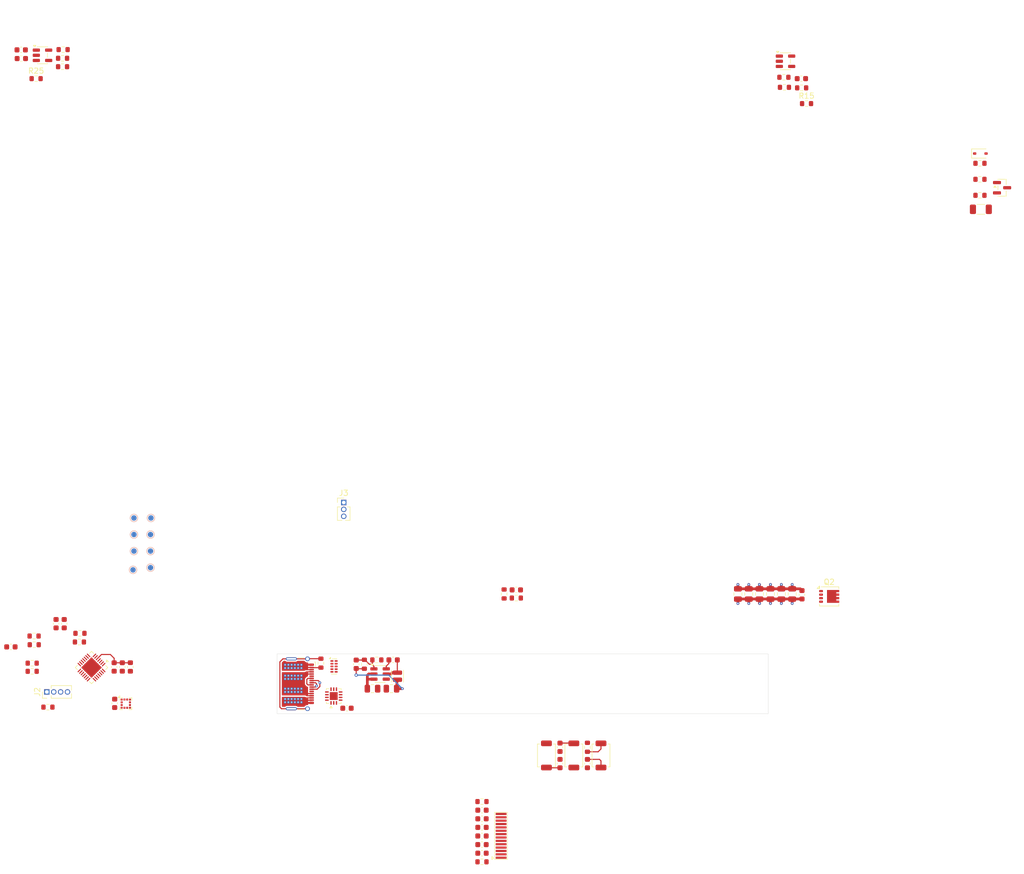
<source format=kicad_pcb>
(kicad_pcb
	(version 20241229)
	(generator "pcbnew")
	(generator_version "9.0")
	(general
		(thickness 1.6)
		(legacy_teardrops no)
	)
	(paper "A4")
	(layers
		(0 "F.Cu" signal)
		(4 "In1.Cu" signal)
		(6 "In2.Cu" signal)
		(2 "B.Cu" signal)
		(9 "F.Adhes" user "F.Adhesive")
		(11 "B.Adhes" user "B.Adhesive")
		(13 "F.Paste" user)
		(15 "B.Paste" user)
		(5 "F.SilkS" user "F.Silkscreen")
		(7 "B.SilkS" user "B.Silkscreen")
		(1 "F.Mask" user)
		(3 "B.Mask" user)
		(17 "Dwgs.User" user "User.Drawings")
		(19 "Cmts.User" user "User.Comments")
		(21 "Eco1.User" user "User.Eco1")
		(23 "Eco2.User" user "User.Eco2")
		(25 "Edge.Cuts" user)
		(27 "Margin" user)
		(31 "F.CrtYd" user "F.Courtyard")
		(29 "B.CrtYd" user "B.Courtyard")
		(35 "F.Fab" user)
		(33 "B.Fab" user)
		(39 "User.1" user)
		(41 "User.2" user)
		(43 "User.3" user)
		(45 "User.4" user)
	)
	(setup
		(stackup
			(layer "F.SilkS"
				(type "Top Silk Screen")
				(color "Black")
			)
			(layer "F.Paste"
				(type "Top Solder Paste")
			)
			(layer "F.Mask"
				(type "Top Solder Mask")
				(color "White")
				(thickness 0.01)
			)
			(layer "F.Cu"
				(type "copper")
				(thickness 0.035)
			)
			(layer "dielectric 1"
				(type "prepreg")
				(thickness 0.1)
				(material "FR4")
				(epsilon_r 4.5)
				(loss_tangent 0.02)
			)
			(layer "In1.Cu"
				(type "copper")
				(thickness 0.035)
			)
			(layer "dielectric 2"
				(type "core")
				(thickness 1.24)
				(material "FR4")
				(epsilon_r 4.5)
				(loss_tangent 0.02)
			)
			(layer "In2.Cu"
				(type "copper")
				(thickness 0.035)
			)
			(layer "dielectric 3"
				(type "prepreg")
				(thickness 0.1)
				(material "FR4")
				(epsilon_r 4.5)
				(loss_tangent 0.02)
			)
			(layer "B.Cu"
				(type "copper")
				(thickness 0.035)
			)
			(layer "B.Mask"
				(type "Bottom Solder Mask")
				(thickness 0.01)
			)
			(layer "B.Paste"
				(type "Bottom Solder Paste")
			)
			(layer "B.SilkS"
				(type "Bottom Silk Screen")
			)
			(copper_finish "None")
			(dielectric_constraints no)
		)
		(pad_to_mask_clearance 0)
		(allow_soldermask_bridges_in_footprints no)
		(tenting front back)
		(pcbplotparams
			(layerselection 0x00000000_00000000_55555555_5755f5ff)
			(plot_on_all_layers_selection 0x00000000_00000000_00000000_00000000)
			(disableapertmacros no)
			(usegerberextensions no)
			(usegerberattributes yes)
			(usegerberadvancedattributes yes)
			(creategerberjobfile yes)
			(dashed_line_dash_ratio 12.000000)
			(dashed_line_gap_ratio 3.000000)
			(svgprecision 4)
			(plotframeref no)
			(mode 1)
			(useauxorigin no)
			(hpglpennumber 1)
			(hpglpenspeed 20)
			(hpglpendiameter 15.000000)
			(pdf_front_fp_property_popups yes)
			(pdf_back_fp_property_popups yes)
			(pdf_metadata yes)
			(pdf_single_document no)
			(dxfpolygonmode yes)
			(dxfimperialunits yes)
			(dxfusepcbnewfont yes)
			(psnegative no)
			(psa4output no)
			(plot_black_and_white yes)
			(sketchpadsonfab no)
			(plotpadnumbers no)
			(hidednponfab no)
			(sketchdnponfab yes)
			(crossoutdnponfab yes)
			(subtractmaskfromsilk no)
			(outputformat 1)
			(mirror no)
			(drillshape 1)
			(scaleselection 1)
			(outputdirectory "")
		)
	)
	(net 0 "")
	(net 1 "+3.3V")
	(net 2 "GND")
	(net 3 "VBUS")
	(net 4 "Net-(U4-SW)")
	(net 5 "Net-(U4-BST)")
	(net 6 "Net-(U4-FB)")
	(net 7 "/NRST")
	(net 8 "/BTN1")
	(net 9 "/BTN2")
	(net 10 "/TC_FB")
	(net 11 "Net-(U6--)")
	(net 12 "/BOOTSEL")
	(net 13 "Net-(C27-Pad2)")
	(net 14 "Net-(D1-A)")
	(net 15 "/SCL")
	(net 16 "/DISP_NRST")
	(net 17 "/SDA")
	(net 18 "Net-(R7-Pad2)")
	(net 19 "/TIP_H")
	(net 20 "/SWDIO")
	(net 21 "/D-")
	(net 22 "/D+")
	(net 23 "/HEATER_ON")
	(net 24 "/CURR_FB")
	(net 25 "/VBUS_FB")
	(net 26 "/TIP_K")
	(net 27 "Net-(U6-+)")
	(net 28 "Net-(R14-Pad2)")
	(net 29 "/NTC")
	(net 30 "/PA15")
	(net 31 "/PD0")
	(net 32 "/PD1")
	(net 33 "/CC2")
	(net 34 "/CC1")
	(net 35 "/LED_RING")
	(net 36 "/ACC_INT1")
	(net 37 "/SWCLK")
	(net 38 "/INT_N")
	(net 39 "/ACC_INT2")
	(net 40 "/PB3")
	(net 41 "Net-(J4-Pin_13)")
	(net 42 "Net-(J4-Pin_2)")
	(net 43 "Net-(J4-Pin_1)")
	(net 44 "Net-(J4-Pin_4)")
	(net 45 "Net-(J4-Pin_3)")
	(net 46 "Net-(J4-Pin_14)")
	(net 47 "Net-(U7--)")
	(net 48 "Net-(J1-SHIELD)")
	(net 49 "unconnected-(J4-Pin_6-Pad6)")
	(net 50 "Net-(J4-Pin_12)")
	(net 51 "Net-(Q1-E)")
	(net 52 "Net-(Q1-B)")
	(net 53 "/PA5")
	(net 54 "Net-(U7-+)")
	(net 55 "unconnected-(U5-~{CS}-Pad10)")
	(net 56 "/JDP")
	(net 57 "/JDN")
	(net 58 "unconnected-(U3-NC-Pad6)")
	(net 59 "unconnected-(U3-NC-Pad10)")
	(net 60 "unconnected-(U3-NC-Pad7)")
	(net 61 "unconnected-(U3-NC-Pad9)")
	(net 62 "/SHUNT_H")
	(net 63 "Net-(J4-Pin_9)")
	(net 64 "Net-(U1-VDDA)")
	(footprint "Capacitor_SMD:C_0603_1608Metric" (layer "F.Cu") (at 144.6 135.4))
	(footprint "Capacitor_SMD:C_0603_1608Metric" (layer "F.Cu") (at 152.65 167.4 90))
	(footprint "Capacitor_SMD:C_0603_1608Metric" (layer "F.Cu") (at 59.8 141.625 90))
	(footprint "Resistor_SMD:R_0603_1608Metric" (layer "F.Cu") (at 142.35 136.15 -90))
	(footprint "Package_SON:USON-10_2.5x1.0mm_P0.5mm" (layer "F.Cu") (at 111.015 149.5))
	(footprint "Resistor_SMD:R_0603_1608Metric" (layer "F.Cu") (at 61 39))
	(footprint "Package_TO_SOT_SMD:SOT-23-5" (layer "F.Cu") (at 194.2 38))
	(footprint "Resistor_SMD:R_0603_1608Metric" (layer "F.Cu") (at 64.1 145))
	(footprint "Capacitor_SMD:C_0805_2012Metric" (layer "F.Cu") (at 189.4 136.15 -90))
	(footprint "Resistor_SMD:R_0603_1608Metric" (layer "F.Cu") (at 55.4 150.4))
	(footprint "Capacitor_SMD:C_0603_1608Metric" (layer "F.Cu") (at 138.275 180.742857))
	(footprint "Capacitor_SMD:C_0603_1608Metric" (layer "F.Cu") (at 138.275 183.914286))
	(footprint "Inductor_SMD:L_Changjiang_FTC201607S" (layer "F.Cu") (at 122.7 151.3 -90))
	(footprint "Resistor_SMD:R_0603_1608Metric" (layer "F.Cu") (at 55.775 145.5))
	(footprint "Capacitor_SMD:C_0805_2012Metric" (layer "F.Cu") (at 185.43 136.15 -90))
	(footprint "Resistor_SMD:R_0603_1608Metric" (layer "F.Cu") (at 61 37.45))
	(footprint "Package_TO_SOT_SMD:SOT-23-5" (layer "F.Cu") (at 57.3 36.9))
	(footprint "Capacitor_SMD:C_0805_2012Metric" (layer "F.Cu") (at 191.43 136.15 -90))
	(footprint "Resistor_SMD:R_0603_1608Metric" (layer "F.Cu") (at 157.7 164.4 -90))
	(footprint "Capacitor_SMD:C_0603_1608Metric" (layer "F.Cu") (at 72 149.6 -90))
	(footprint "Connector_USB:USB_C_Receptacle_G-Switch_GT-USB-7025" (layer "F.Cu") (at 103.439427 152.7 -90))
	(footprint "Resistor_SMD:R_0603_1608Metric" (layer "F.Cu") (at 116.6 149.1 90))
	(footprint "Capacitor_SMD:C_0603_1608Metric" (layer "F.Cu") (at 138.275 182.328571))
	(footprint "Resistor_SMD:R_0603_1608Metric" (layer "F.Cu") (at 230.025 59.75))
	(footprint "Capacitor_SMD:C_0805_2012Metric" (layer "F.Cu") (at 195.43 136.15 -90))
	(footprint "Capacitor_SMD:C_0603_1608Metric" (layer "F.Cu") (at 197.23 136.3 -90))
	(footprint "Capacitor_SMD:C_0603_1608Metric" (layer "F.Cu") (at 70.5 149.6 -90))
	(footprint "Resistor_SMD:R_1206_3216Metric" (layer "F.Cu") (at 230.1925 65.28))
	(footprint "Capacitor_SMD:C_0603_1608Metric" (layer "F.Cu") (at 138.275 177.571429))
	(footprint "Connector_PinHeader_1.27mm:PinHeader_1x03_P1.27mm_Vertical" (layer "F.Cu") (at 112.8 119.3))
	(footprint "Capacitor_SMD:C_0805_2012Metric" (layer "F.Cu") (at 193.43 136.15 -90))
	(footprint "Resistor_SMD:R_0603_1608Metric" (layer "F.Cu") (at 144.6 136.9))
	(footprint "Capacitor_SMD:C_0603_1608Metric" (layer "F.Cu") (at 152.65 164.4 -90))
	(footprint "Capacitor_SMD:C_0805_2012Metric" (layer "F.Cu") (at 121.6 153.6 180))
	(footprint "Custom:FPC_14" (layer "F.Cu") (at 141.8 180.71 90))
	(footprint "Capacitor_SMD:C_0603_1608Metric" (layer "F.Cu") (at 115.1 149.1 90))
	(footprint "Package_TO_SOT_SMD:TSOT-23-6" (layer "F.Cu") (at 119.5 150.9))
	(footprint "Package_LGA:LGA-12_2x2mm_P0.5mm" (layer "F.Cu") (at 72.65 156.3625))
	(footprint "Package_DFN_QFN:WQFN-28-1EP_4x4mm_P0.4mm_EP2.7x2.7mm" (layer "F.Cu") (at 66.32946 149.704854 -135))
	(footprint "Resistor_SMD:R_0603_1608Metric" (layer "F.Cu") (at 64.2 143.4))
	(footprint "Capacitor_SMD:C_0603_1608Metric" (layer "F.Cu") (at 138.275 179.157143))
	(footprint "Connector_PinHeader_1.27mm:PinHeader_1x04_P1.27mm_Vertical" (layer "F.Cu") (at 58.095 154.2 90))
	(footprint "Capacitor_SMD:C_0603_1608Metric" (layer "F.Cu") (at 70.6 156.3 90))
	(footprint "Resistor_SMD:R_0603_1608Metric" (layer "F.Cu") (at 193.9 40.95))
	(footprint "MountingHole:MountingHole_2.2mm_M2" (layer "F.Cu") (at 127.2 152.7))
	(footprint "Resistor_SMD:R_0603_1608Metric" (layer "F.Cu") (at 55.75 143.9))
	(footprint "Resistor_SMD:R_0603_1608Metric" (layer "F.Cu") (at 194 42.8))
	(footprint "Capacitor_SMD:C_0603_1608Metric" (layer "F.Cu") (at 61.3 141.625 90))
	(footprint "Resistor_SMD:R_0603_1608Metric"
		(layer "F.Cu")
		(uuid "ab0eb157-05df-49b4-ac3d-5214cd289e0c")
		(at 118.9 148.3)
		(descr "Resistor SMD 0603 (1608 Metric), square (rectangular) end terminal, IPC-7351 nominal, (Body size source: IPC-SM-782 page 72, https://www.pcb-3d.com/wordpress/wp-content/uploads/ipc-sm-782a_amendment_1_and_2.pdf), generated with kicad-footprint-generator")
		(tags "resistor")
		(property "Reference" "R9"
			(at 0 -1.43 0)
			(layer "F.SilkS")
			(hide yes)
			(uuid "fca815ee-6628-40e0-aa11-b3c2d57a4539")
			(effects
				(font
					(size 1 1)
					(thickness 0.15)
				)
			)
		)
		(property "Value" "62k"
			(at 0 1.43 0)
			(layer "F.Fab")
			(uuid "25268201-d032-4cbe-bbfc-358d34dcea5e")
			(effects
				(font
					(size 1 1)
					(thickness 0.15)
				)
			)
		)
		(property "Datasheet" "~"
			(at 0 0 0)
			(layer "F.Fab")
			(hide yes)
			(uuid "7f1841cb-5f9a-4381-9b97-74540ae698f8")
			(effects
				(font
					(size 1.27 1.27)
					(thickness 0.15)
				)
			)
		)
		(property "Description" "Resistor, small symbol"
			(at 0 0 0)
			(layer "F.Fab")
			(hide yes)
			(uuid "22d48b4c-5fcc-4742-b3d2-48e1bd19f7b9")
			(effects
				(font
					(size 1.27 1.27)
					(thickness 0.15)
				)
			)
		)
		(property ki_fp_filters "R_*")
		(path "/fe37838d-55c2-42c5-b428-4ca1ce1f002d")
		(sheetname "/")
		(sheetfile "usbc_soldering_iron.kicad_sch")
		(attr smd)
		(fp_line
			(start -0.237258 -0.5225)
			(end 0.237258 -0.5225)
			(stroke
				(width 0.12)
				(type solid)
			)
			(layer "F.SilkS")
			(uuid "50b12692-f35f-46c5-a9db-e12e9f59805b")
		)
		(fp_line
			(start -0.237258 0.5225)
			(end 0.237258 0.5225)
			(stroke
				(width 0.12)
				(type solid)
			)
			(layer "F.SilkS")
			(uuid "8175484c-b9f2-424a-8d92-bde63dce8a1e")
		)
		(fp_rect
			(start -1.48 -0.73)
			(end 1.48 0.73)
			(stroke
				(width 0.05)
				(type solid)
			)
			(fill no)
			(layer "F.CrtYd")
			(uu
... [219450 chars truncated]
</source>
